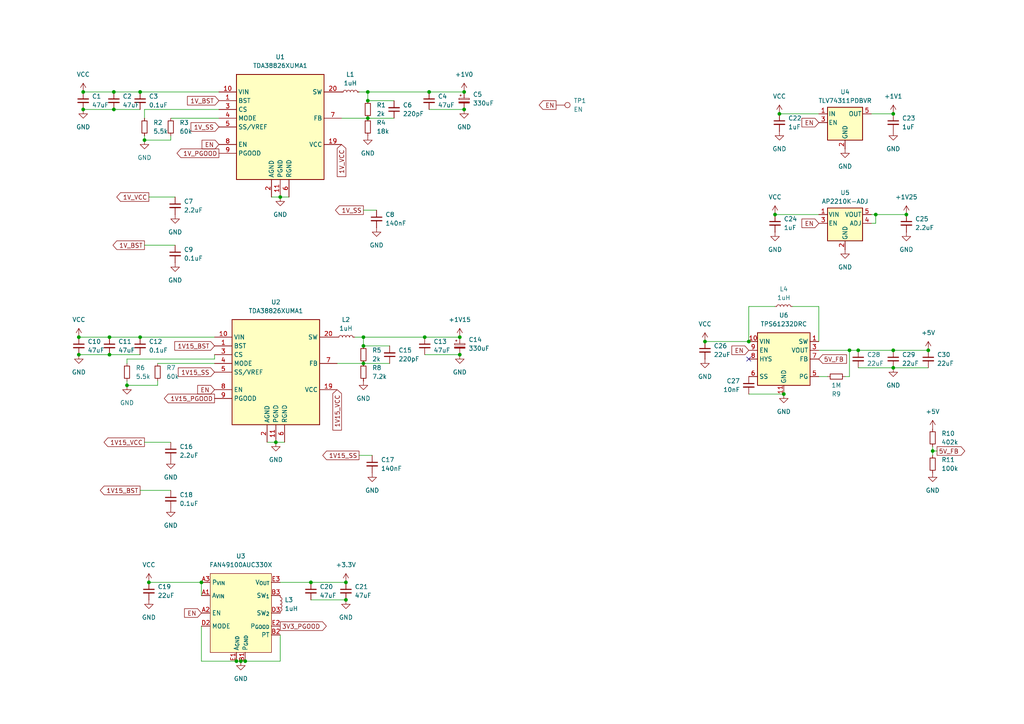
<source format=kicad_sch>
(kicad_sch (version 20250114) (generator "eeschema") (generator_version "9.0")
  (paper "A4")
  (lib_symbols
    (symbol "+1V1_1" (power) (pin_numbers (hide yes)) (pin_names (offset 0) (hide yes))
      (property "Value" "+1V1" (at 0 3.556 0))
      (symbol "+1V1_1_0_1"
        (polyline (pts (xy -0.762 1.27) (xy 0 2.54)))
        (polyline (pts (xy 0 2.54) (xy 0.762 1.27)))
        (polyline (pts (xy 0 0) (xy 0 2.54)))
      )
      (symbol "+1V1_1_1_1"
        (pin power_in line (at 0 0 90) (length 0) (name "~") (number "1"))
      )
    )
    (symbol "Connector:TestPoint" (pin_numbers (hide yes)) (pin_names (offset 0.762) (hide yes))
      (property "Reference" "TP" (at 0 6.858 0))
      (property "Value" "TestPoint" (at 0 5.08 0))
      (symbol "TestPoint_0_1"
        (circle (center 0 3.302) (radius 0.762))
      )
      (symbol "TestPoint_1_1"
        (pin passive line (at 0 0 90) (length 2.54) (name "1") (number "1"))
      )
    )
    (symbol "Device:C_Polarized_Small" (pin_numbers (hide yes)) (pin_names (offset 0.254) (hide yes))
      (property "Reference" "C" (at 0.254 1.778 0))
      (property "Value" "C_Polarized_Small" (at 0.254 -2.032 0))
      (symbol "C_Polarized_Small_0_1"
        (rectangle (start -1.524 0.6858) (end 1.524 0.3048))
        (rectangle (start -1.524 -0.3048) (end 1.524 -0.6858) (fill (type outline)))
        (polyline (pts (xy -1.27 1.524) (xy -0.762 1.524)))
        (polyline (pts (xy -1.016 1.27) (xy -1.016 1.778)))
      )
      (symbol "C_Polarized_Small_1_1"
        (pin passive line (at 0 2.54 270) (length 1.8542) (name "~") (number "1"))
        (pin passive line (at 0 -2.54 90) (length 1.8542) (name "~") (number "2"))
      )
    )
    (symbol "Device:C_Small" (pin_numbers (hide yes)) (pin_names (offset 0.254) (hide yes))
      (property "Reference" "C" (at 0.254 1.778 0))
      (property "Value" "C_Small" (at 0.254 -2.032 0))
      (symbol "C_Small_0_1"
        (polyline (pts (xy -1.524 0.508) (xy 1.524 0.508)) (stroke (width 0.3048)))
        (polyline (pts (xy -1.524 -0.508) (xy 1.524 -0.508)) (stroke (width 0.3302)))
      )
      (symbol "C_Small_1_1"
        (pin passive line (at 0 2.54 270) (length 2.032) (name "~") (number "1"))
        (pin passive line (at 0 -2.54 90) (length 2.032) (name "~") (number "2"))
      )
    )
    (symbol "Device:L_Small" (pin_numbers (hide yes)) (pin_names (offset 0.254) (hide yes))
      (property "Reference" "L" (at 0.762 1.016 0))
      (property "Value" "L_Small" (at 0.762 -1.016 0))
      (symbol "L_Small_0_1"
        (arc (start 0 2.032) (mid 0.5058 1.524) (end 0 1.016))
        (arc (start 0 1.016) (mid 0.5058 0.508) (end 0 0))
        (arc (start 0 0) (mid 0.5058 -0.508) (end 0 -1.016))
        (arc (start 0 -1.016) (mid 0.5058 -1.524) (end 0 -2.032))
      )
      (symbol "L_Small_1_1"
        (pin passive line (at 0 2.54 270) (length 0.508) (name "~") (number "1"))
        (pin passive line (at 0 -2.54 90) (length 0.508) (name "~") (number "2"))
      )
    )
    (symbol "Device:R_Small" (pin_numbers (hide yes)) (pin_names (offset 0.254) (hide yes))
      (property "Reference" "R" (at 0.762 0.508 0))
      (property "Value" "R_Small" (at 0.762 -1.016 0))
      (symbol "R_Small_0_1"
        (rectangle (start -0.762 1.778) (end 0.762 -1.778) (stroke (width 0.2032)))
      )
      (symbol "R_Small_1_1"
        (pin passive line (at 0 2.54 270) (length 0.762) (name "~") (number "1"))
        (pin passive line (at 0 -2.54 90) (length 0.762) (name "~") (number "2"))
      )
    )
    (symbol "Regulator_Linear:AP2204K-ADJ" (pin_names (offset 0.254))
      (property "Reference" "U5" (at 0 8.89 0))
      (property "Value" "AP2210K-ADJ" (at 0 6.35 0))
      (symbol "AP2204K-ADJ_0_1"
        (rectangle (start -5.08 4.445) (end 5.08 -5.08) (stroke (width 0.254)) (fill (type background)))
      )
      (symbol "AP2204K-ADJ_1_1"
        (pin power_in line (at -7.62 2.54 0) (length 2.54) (name "VIN") (number "1"))
        (pin input line (at -7.62 0 0) (length 2.54) (name "EN") (number "3"))
        (pin power_in line (at 0 -7.62 90) (length 2.54) (name "GND") (number "2"))
        (pin power_out line (at 7.62 2.54 180) (length 2.54) (name "VOUT") (number "5"))
        (pin input line (at 7.62 0 180) (length 2.54) (name "ADJ") (number "4"))
      )
    )
    (symbol "Regulator_Linear:TLV70012_SOT23-5" (pin_names (offset 0.254))
      (property "Reference" "U4" (at 0 8.89 0))
      (property "Value" "TLV74311PDBVR" (at 0 6.35 0))
      (symbol "TLV70012_SOT23-5_0_1"
        (rectangle (start -5.08 4.445) (end 5.08 -5.08) (stroke (width 0.254)) (fill (type background)))
      )
      (symbol "TLV70012_SOT23-5_1_1"
        (pin power_in line (at -7.62 2.54 0) (length 2.54) (name "IN") (number "1"))
        (pin input line (at -7.62 0 0) (length 2.54) (name "EN") (number "3"))
        (pin power_in line (at 0 -7.62 90) (length 2.54) (name "GND") (number "2"))
        (pin no_connect line (at 5.08 0 180) (length 2.54) (hide yes) (name "NC") (number "4"))
        (pin power_out line (at 7.62 2.54 180) (length 2.54) (name "OUT") (number "5"))
      )
    )
    (symbol "Regulator_Switching:TPS61230DRC"
      (property "Reference" "U6" (at 0 12.7 0))
      (property "Value" "TPS61232DRC" (at 0 10.16 0))
      (symbol "TPS61230DRC_0_1"
        (rectangle (start -7.62 7.62) (end 7.62 -7.62) (stroke (width 0.254)) (fill (type background)))
      )
      (symbol "TPS61230DRC_1_1"
        (pin power_in line (at -10.16 5.08 0) (length 2.54) (name "VIN") (number "10"))
        (pin input line (at -10.16 2.54 0) (length 2.54) (name "EN") (number "9"))
        (pin output line (at -10.16 0 0) (length 2.54) (name "HYS") (number "8"))
        (pin input line (at -10.16 -5.08 0) (length 2.54) (name "SS") (number "6"))
        (pin power_in line (at 0 -10.16 90) (length 2.54) (name "GND") (number "11"))
        (pin power_out line (at 10.16 5.08 180) (length 2.54) (name "SW") (number "1"))
        (pin passive line (at 10.16 5.08 180) (length 2.54) (hide yes) (name "SW") (number "2"))
        (pin power_out line (at 10.16 2.54 180) (length 2.54) (name "VOUT") (number "3"))
        (pin passive line (at 10.16 2.54 180) (length 2.54) (hide yes) (name "VOUT") (number "4"))
        (pin input line (at 10.16 0 180) (length 2.54) (name "FB") (number "7"))
        (pin output line (at 10.16 -5.08 180) (length 2.54) (name "PG") (number "5"))
      )
    )
    (symbol "TDA38826XUMA1:TDA38826XUMA1"
      (property "Reference" "U" (at 0 18.542 0))
      (property "Value" "TDA38826XUMA1" (at 0 16.51 0))
      (symbol "TDA38826XUMA1_1_1"
        (rectangle (start -12.7 15.24) (end 12.7 -15.24) (stroke (width 0.254)) (fill (type background)))
        (pin power_in line (at -17.78 10.16 0) (length 5.08) (name "VIN") (number "10"))
        (pin power_in line (at -17.78 10.16 0) (length 5.08) (hide yes) (name "VIN") (number "21"))
        (pin passive line (at -17.78 7.62 0) (length 5.08) (name "BST") (number "1"))
        (pin passive line (at -17.78 5.08 0) (length 5.08) (name "CS") (number "3"))
        (pin passive line (at -17.78 2.54 0) (length 5.08) (name "MODE") (number "4"))
        (pin passive line (at -17.78 0 0) (length 5.08) (name "SS/VREF") (number "5"))
        (pin passive line (at -17.78 -5.08 0) (length 5.08) (name "EN") (number "8"))
        (pin passive line (at -17.78 -7.62 0) (length 5.08) (name "PGOOD") (number "9"))
        (pin passive line (at -2.54 -20.32 90) (length 5.08) (name "AGND") (number "2"))
        (pin passive line (at 0 -20.32 90) (length 5.08) (name "PGND") (number "11"))
        (pin passive line (at 0 -20.32 90) (length 5.08) (hide yes) (name "PGND") (number "12"))
        (pin passive line (at 0 -20.32 90) (length 5.08) (hide yes) (name "PGND") (number "13"))
        (pin passive line (at 0 -20.32 90) (length 5.08) (hide yes) (name "PGND") (number "14"))
        (pin passive line (at 0 -20.32 90) (length 5.08) (hide yes) (name "PGND") (number "15"))
        (pin passive line (at 0 -20.32 90) (length 5.08) (hide yes) (name "PGND") (number "16"))
        (pin passive line (at 0 -20.32 90) (length 5.08) (hide yes) (name "PGND") (number "17"))
        (pin passive line (at 0 -20.32 90) (length 5.08) (hide yes) (name "PGND") (number "18"))
        (pin passive line (at 0 -20.32 90) (length 5.08) (hide yes) (name "PGND") (number "22"))
        (pin passive line (at 2.54 -20.32 90) (length 5.08) (name "RGND") (number "6"))
        (pin power_out line (at 17.78 10.16 180) (length 5.08) (name "SW") (number "20"))
        (pin passive line (at 17.78 2.54 180) (length 5.08) (name "FB") (number "7"))
        (pin power_in line (at 17.78 -5.08 180) (length 5.08) (name "VCC") (number "19"))
      )
    )
    (symbol "cafebara:FAN49100AUC330X"
      (property "Reference" "U" (at 0 14.986 0))
      (property "Value" "FAN49100AUC330X" (at 0 12.7 0))
      (symbol "FAN49100AUC330X_1_1"
        (rectangle (start -8.89 11.43) (end 8.89 -11.43) (fill (type background)))
        (pin power_in line (at -11.43 8.89 0) (length 2.54) (name "P_{VIN}") (number "A3"))
        (pin power_in line (at -11.43 8.89 0) (length 2.54) (hide yes) (name "P_{VIN}") (number "A4"))
        (pin power_in line (at -11.43 5.08 0) (length 2.54) (name "A_{VIN}") (number "A1"))
        (pin input line (at -11.43 0 0) (length 2.54) (name "EN") (number "A2"))
        (pin input line (at -11.43 -3.81 0) (length 2.54) (name "MODE") (number "D2"))
        (pin passive line (at -1.27 -13.97 90) (length 2.54) (name "A_{GND}") (number "E1"))
        (pin passive line (at 1.27 -13.97 90) (length 2.54) (name "P_{GND}") (number "B1"))
        (pin passive line (at 1.27 -13.97 90) (length 2.54) (hide yes) (name "P_{GND}") (number "C1"))
        (pin passive line (at 1.27 -13.97 90) (length 2.54) (hide yes) (name "P_{GND}") (number "C2"))
        (pin passive line (at 1.27 -13.97 90) (length 2.54) (hide yes) (name "P_{GND}") (number "C3"))
        (pin passive line (at 1.27 -13.97 90) (length 2.54) (hide yes) (name "P_{GND}") (number "C4"))
        (pin passive line (at 1.27 -13.97 90) (length 2.54) (hide yes) (name "P_{GND}") (number "D1"))
        (pin power_out line (at 11.43 8.89 180) (length 2.54) (name "V_{OUT}") (number "E3"))
        (pin power_out line (at 11.43 8.89 180) (length 2.54) (hide yes) (name "V_{OUT}") (number "E4"))
        (pin passive line (at 11.43 5.08 180) (length 2.54) (name "SW_{1}") (number "B3"))
        (pin passive line (at 11.43 5.08 180) (length 2.54) (hide yes) (name "SW_{1}") (number "B4"))
        (pin passive line (at 11.43 0 180) (length 2.54) (name "SW_{2}") (number "D3"))
        (pin passive line (at 11.43 0 180) (length 2.54) (hide yes) (name "SW_{2}") (number "D4"))
        (pin open_collector line (at 11.43 -3.81 180) (length 2.54) (name "P_{GOOD}") (number "E2"))
        (pin input line (at 11.43 -6.35 180) (length 2.54) (name "PT") (number "B2"))
      )
    )
    (symbol "power:+1V0" (power) (pin_names (offset 0))
      (property "Value" "+1V0" (at 0 3.556 0))
      (symbol "+1V0_0_1"
        (polyline (pts (xy -0.762 1.27) (xy 0 2.54)))
        (polyline (pts (xy 0 2.54) (xy 0.762 1.27)))
        (polyline (pts (xy 0 0) (xy 0 2.54)))
      )
      (symbol "+1V0_1_1"
        (pin power_in line (at 0 0 90) (length 0) (hide yes) (name "+1V0") (number "1"))
      )
    )
    (symbol "power:+1V1" (power) (pin_names (offset 0))
      (property "Value" "+1V1" (at 0 3.556 0))
      (symbol "+1V1_0_1"
        (polyline (pts (xy -0.762 1.27) (xy 0 2.54)))
        (polyline (pts (xy 0 2.54) (xy 0.762 1.27)))
        (polyline (pts (xy 0 0) (xy 0 2.54)))
      )
      (symbol "+1V1_1_1"
        (pin power_in line (at 0 0 90) (length 0) (hide yes) (name "+1V1") (number "1"))
      )
    )
    (symbol "power:+1V2" (power) (pin_numbers (hide yes)) (pin_names (offset 0) (hide yes))
      (property "Value" "+1V2" (at 0 3.556 0))
      (symbol "+1V2_0_1"
        (polyline (pts (xy -0.762 1.27) (xy 0 2.54)))
        (polyline (pts (xy 0 2.54) (xy 0.762 1.27)))
        (polyline (pts (xy 0 0) (xy 0 2.54)))
      )
      (symbol "+1V2_1_1"
        (pin power_in line (at 0 0 90) (length 0) (name "~") (number "1"))
      )
    )
    (symbol "power:+3.3V" (power) (pin_numbers (hide yes)) (pin_names (offset 0) (hide yes))
      (property "Value" "+3.3V" (at 0 3.556 0))
      (symbol "+3.3V_0_1"
        (polyline (pts (xy -0.762 1.27) (xy 0 2.54)))
        (polyline (pts (xy 0 2.54) (xy 0.762 1.27)))
        (polyline (pts (xy 0 0) (xy 0 2.54)))
      )
      (symbol "+3.3V_1_1"
        (pin power_in line (at 0 0 90) (length 0) (name "~") (number "1"))
      )
    )
    (symbol "power:+5V" (power) (pin_numbers (hide yes)) (pin_names (offset 0) (hide yes))
      (property "Value" "+5V" (at 0 3.556 0))
      (symbol "+5V_0_1"
        (polyline (pts (xy -0.762 1.27) (xy 0 2.54)))
        (polyline (pts (xy 0 2.54) (xy 0.762 1.27)))
        (polyline (pts (xy 0 0) (xy 0 2.54)))
      )
      (symbol "+5V_1_1"
        (pin power_in line (at 0 0 90) (length 0) (name "~") (number "1"))
      )
    )
    (symbol "power:GND" (power) (pin_numbers (hide yes)) (pin_names (offset 0) (hide yes))
      (property "Value" "GND" (at 0 -3.81 0))
      (symbol "GND_0_1"
        (polyline (pts (xy 0 0) (xy 0 -1.27) (xy 1.27 -1.27) (xy 0 -2.54) (xy -1.27 -1.27) (xy 0 -1.27)))
      )
      (symbol "GND_1_1"
        (pin power_in line (at 0 0 270) (length 0) (name "~") (number "1"))
      )
    )
    (symbol "power:VCC" (power) (pin_names (offset 0))
      (property "Value" "VCC" (at 0 3.81 0))
      (symbol "VCC_0_1"
        (polyline (pts (xy -0.762 1.27) (xy 0 2.54)))
        (polyline (pts (xy 0 2.54) (xy 0.762 1.27)))
        (polyline (pts (xy 0 0) (xy 0 2.54)))
      )
      (symbol "VCC_1_1"
        (pin power_in line (at 0 0 90) (length 0) (hide yes) (name "VCC") (number "1"))
      )
    )
  )
  (junction (at 43.18 168.91))
  (junction (at 31.75 102.87))
  (junction (at 22.86 97.79))
  (junction (at 246.38 101.6))
  (junction (at 106.68 29.21))
  (junction (at 133.35 97.79))
  (junction (at 106.68 34.29))
  (junction (at 68.58 191.77))
  (junction (at 100.33 168.91))
  (junction (at 24.13 31.75))
  (junction (at 105.41 97.79))
  (junction (at 269.24 101.6))
  (junction (at 90.17 168.91))
  (junction (at 270.51 130.81))
  (junction (at 105.41 105.41))
  (junction (at 134.62 26.67))
  (junction (at 134.62 31.75))
  (junction (at 69.85 191.77))
  (junction (at 204.47 99.06))
  (junction (at 226.06 33.02))
  (junction (at 259.08 101.6))
  (junction (at 217.17 99.06))
  (junction (at 254 62.23))
  (junction (at 227.33 114.3))
  (junction (at 106.68 26.67))
  (junction (at 259.08 33.02))
  (junction (at 22.86 102.87))
  (junction (at 81.28 57.15))
  (junction (at 33.02 31.75))
  (junction (at 105.41 100.33))
  (junction (at 259.08 106.68))
  (junction (at 100.33 173.99))
  (junction (at 40.64 97.79))
  (junction (at 123.19 97.79))
  (junction (at 58.42 168.91))
  (junction (at 36.83 111.76))
  (junction (at 80.01 128.27))
  (junction (at 248.92 101.6))
  (junction (at 40.64 26.67))
  (junction (at 71.12 191.77))
  (junction (at 262.89 62.23))
  (junction (at 41.91 40.64))
  (junction (at 133.35 102.87))
  (junction (at 24.13 26.67))
  (junction (at 33.02 26.67))
  (junction (at 31.75 97.79))
  (junction (at 224.79 62.23))
  (junction (at 124.46 26.67))
  (no_connect (at 217.17 104.14))
  (wire (pts (xy 31.75 102.87) (xy 40.64 102.87)))
  (wire (pts (xy 105.41 100.33) (xy 105.41 97.79)))
  (wire (pts (xy 124.46 31.75) (xy 134.62 31.75)))
  (wire (pts (xy 246.38 109.22) (xy 246.38 101.6)))
  (wire (pts (xy 45.72 111.76) (xy 45.72 110.49)))
  (wire (pts (xy 217.17 114.3) (xy 227.33 114.3)))
  (wire (pts (xy 270.51 130.81) (xy 271.78 130.81)))
  (wire (pts (xy 49.53 34.29) (xy 63.5 34.29)))
  (wire (pts (xy 62.23 102.87) (xy 62.23 104.14)))
  (wire (pts (xy 259.08 101.6) (xy 269.24 101.6)))
  (wire (pts (xy 99.06 34.29) (xy 106.68 34.29)))
  (wire (pts (xy 248.92 101.6) (xy 259.08 101.6)))
  (wire (pts (xy 90.17 168.91) (xy 100.33 168.91)))
  (wire (pts (xy 22.86 102.87) (xy 31.75 102.87)))
  (wire (pts (xy 105.41 100.33) (xy 113.03 100.33)))
  (wire (pts (xy 41.91 31.75) (xy 41.91 34.29)))
  (wire (pts (xy 106.68 29.21) (xy 106.68 26.67)))
  (wire (pts (xy 36.83 111.76) (xy 36.83 110.49)))
  (wire (pts (xy 106.68 34.29) (xy 114.3 34.29)))
  (wire (pts (xy 105.41 97.79) (xy 123.19 97.79)))
  (wire (pts (xy 58.42 168.91) (xy 58.42 172.72)))
  (wire (pts (xy 41.91 128.27) (xy 49.53 128.27)))
  (wire (pts (xy 226.06 33.02) (xy 237.49 33.02)))
  (wire (pts (xy 217.17 88.9) (xy 217.17 99.06)))
  (wire (pts (xy 24.13 31.75) (xy 33.02 31.75)))
  (wire (pts (xy 104.14 132.08) (xy 107.95 132.08)))
  (wire (pts (xy 252.73 64.77) (xy 254 64.77)))
  (wire (pts (xy 105.41 60.96) (xy 109.22 60.96)))
  (wire (pts (xy 68.58 191.77) (xy 69.85 191.77)))
  (wire (pts (xy 106.68 29.21) (xy 114.3 29.21)))
  (wire (pts (xy 58.42 181.61) (xy 58.42 191.77)))
  (wire (pts (xy 224.79 88.9) (xy 217.17 88.9)))
  (wire (pts (xy 237.49 88.9) (xy 237.49 99.06)))
  (wire (pts (xy 22.86 97.79) (xy 31.75 97.79)))
  (wire (pts (xy 123.19 97.79) (xy 133.35 97.79)))
  (wire (pts (xy 105.41 97.79) (xy 102.87 97.79)))
  (wire (pts (xy 81.28 191.77) (xy 71.12 191.77)))
  (wire (pts (xy 41.91 40.64) (xy 49.53 40.64)))
  (wire (pts (xy 254 62.23) (xy 262.89 62.23)))
  (wire (pts (xy 254 64.77) (xy 254 62.23)))
  (wire (pts (xy 31.75 97.79) (xy 40.64 97.79)))
  (wire (pts (xy 204.47 99.06) (xy 217.17 99.06)))
  (wire (pts (xy 78.74 57.15) (xy 81.28 57.15)))
  (wire (pts (xy 41.91 40.64) (xy 41.91 39.37)))
  (wire (pts (xy 40.64 26.67) (xy 63.5 26.67)))
  (wire (pts (xy 58.42 191.77) (xy 68.58 191.77)))
  (wire (pts (xy 270.51 132.08) (xy 270.51 130.81)))
  (wire (pts (xy 40.64 97.79) (xy 62.23 97.79)))
  (wire (pts (xy 252.73 33.02) (xy 259.08 33.02)))
  (wire (pts (xy 252.73 62.23) (xy 254 62.23)))
  (wire (pts (xy 33.02 31.75) (xy 40.64 31.75)))
  (wire (pts (xy 248.92 106.68) (xy 259.08 106.68)))
  (wire (pts (xy 124.46 26.67) (xy 134.62 26.67)))
  (wire (pts (xy 246.38 109.22) (xy 245.11 109.22)))
  (wire (pts (xy 90.17 173.99) (xy 100.33 173.99)))
  (wire (pts (xy 77.47 128.27) (xy 80.01 128.27)))
  (wire (pts (xy 246.38 101.6) (xy 248.92 101.6)))
  (wire (pts (xy 240.03 109.22) (xy 237.49 109.22)))
  (wire (pts (xy 270.51 130.81) (xy 270.51 129.54)))
  (wire (pts (xy 33.02 26.67) (xy 40.64 26.67)))
  (wire (pts (xy 106.68 26.67) (xy 124.46 26.67)))
  (wire (pts (xy 43.18 168.91) (xy 58.42 168.91)))
  (wire (pts (xy 49.53 40.64) (xy 49.53 39.37)))
  (wire (pts (xy 97.79 105.41) (xy 105.41 105.41)))
  (wire (pts (xy 81.28 168.91) (xy 90.17 168.91)))
  (wire (pts (xy 49.53 142.24) (xy 40.64 142.24)))
  (wire (pts (xy 36.83 111.76) (xy 45.72 111.76)))
  (wire (pts (xy 224.79 62.23) (xy 237.49 62.23)))
  (wire (pts (xy 123.19 102.87) (xy 133.35 102.87)))
  (wire (pts (xy 45.72 105.41) (xy 62.23 105.41)))
  (wire (pts (xy 81.28 184.15) (xy 81.28 191.77)))
  (wire (pts (xy 81.28 57.15) (xy 83.82 57.15)))
  (wire (pts (xy 36.83 104.14) (xy 36.83 105.41)))
  (wire (pts (xy 62.23 104.14) (xy 36.83 104.14)))
  (wire (pts (xy 106.68 26.67) (xy 104.14 26.67)))
  (wire (pts (xy 24.13 26.67) (xy 33.02 26.67)))
  (wire (pts (xy 43.18 57.15) (xy 50.8 57.15)))
  (wire (pts (xy 105.41 105.41) (xy 113.03 105.41)))
  (wire (pts (xy 80.01 128.27) (xy 82.55 128.27)))
  (wire (pts (xy 50.8 71.12) (xy 41.91 71.12)))
  (wire (pts (xy 259.08 106.68) (xy 269.24 106.68)))
  (wire (pts (xy 229.87 88.9) (xy 237.49 88.9)))
  (wire (pts (xy 69.85 191.77) (xy 71.12 191.77)))
  (wire (pts (xy 237.49 101.6) (xy 246.38 101.6)))
  (wire (pts (xy 63.5 31.75) (xy 41.91 31.75)))
  (global_label "1V_BST" (shape output) (at 41.91 71.12 180) (property "Intersheetrefs" "${INTERSHEET_REFS}" (effects (hide yes))))
  (global_label "1V_SS" (shape input) (at 63.5 36.83 180) (property "Intersheetrefs" "${INTERSHEET_REFS}" (effects (hide yes))))
  (global_label "5V_FB" (shape input) (at 237.49 104.14 0) (property "Intersheetrefs" "${INTERSHEET_REFS}" (effects (hide yes))))
  (global_label "EN" (shape input) (at 237.49 64.77 180) (property "Intersheetrefs" "${INTERSHEET_REFS}" (effects (hide yes))))
  (global_label "5V_FB" (shape output) (at 271.78 130.81 0) (property "Intersheetrefs" "${INTERSHEET_REFS}" (effects (hide yes))))
  (global_label "1V15_BST" (shape input) (at 62.23 100.33 180) (property "Intersheetrefs" "${INTERSHEET_REFS}" (effects (hide yes))))
  (global_label "1V_SS" (shape output) (at 105.41 60.96 180) (property "Intersheetrefs" "${INTERSHEET_REFS}" (effects (hide yes))))
  (global_label "3V3_PGOOD" (shape output) (at 81.28 181.61 0) (property "Intersheetrefs" "${INTERSHEET_REFS}" (effects (hide yes))))
  (global_label "EN" (shape input) (at 63.5 41.91 180) (property "Intersheetrefs" "${INTERSHEET_REFS}" (effects (hide yes))))
  (global_label "1V_VCC" (shape output) (at 43.18 57.15 180) (property "Intersheetrefs" "${INTERSHEET_REFS}" (effects (hide yes))))
  (global_label "1V15_SS" (shape input) (at 62.23 107.95 180) (property "Intersheetrefs" "${INTERSHEET_REFS}" (effects (hide yes))))
  (global_label "1V15_VCC" (shape input) (at 97.79 113.03 270) (property "Intersheetrefs" "${INTERSHEET_REFS}" (effects (hide yes))))
  (global_label "EN" (shape input) (at 217.17 101.6 180) (property "Intersheetrefs" "${INTERSHEET_REFS}" (effects (hide yes))))
  (global_label "1V15_BST" (shape output) (at 40.64 142.24 180) (property "Intersheetrefs" "${INTERSHEET_REFS}" (effects (hide yes))))
  (global_label "EN" (shape input) (at 58.42 177.8 180) (property "Intersheetrefs" "${INTERSHEET_REFS}" (effects (hide yes))))
  (global_label "EN" (shape input) (at 62.23 113.03 180) (property "Intersheetrefs" "${INTERSHEET_REFS}" (effects (hide yes))))
  (global_label "1V15_SS" (shape output) (at 104.14 132.08 180) (property "Intersheetrefs" "${INTERSHEET_REFS}" (effects (hide yes))))
  (global_label "1V15_PGOOD" (shape output) (at 62.23 115.57 180) (property "Intersheetrefs" "${INTERSHEET_REFS}" (effects (hide yes))))
  (global_label "1V_BST" (shape input) (at 63.5 29.21 180) (property "Intersheetrefs" "${INTERSHEET_REFS}" (effects (hide yes))))
  (global_label "EN" (shape input) (at 237.49 35.56 180) (property "Intersheetrefs" "${INTERSHEET_REFS}" (effects (hide yes))))
  (global_label "1V15_VCC" (shape output) (at 41.91 128.27 180) (property "Intersheetrefs" "${INTERSHEET_REFS}" (effects (hide yes))))
  (global_label "1V_PGOOD" (shape output) (at 63.5 44.45 180) (property "Intersheetrefs" "${INTERSHEET_REFS}" (effects (hide yes))))
  (global_label "1V_VCC" (shape input) (at 99.06 41.91 270) (property "Intersheetrefs" "${INTERSHEET_REFS}" (effects (hide yes))))
  (global_label "EN" (shape output) (at 161.29 30.48 180) (property "Intersheetrefs" "${INTERSHEET_REFS}" (effects (hide yes))))
  (symbol (lib_id "power:+5V") (at 270.51 124.46 0) (unit 1)
    (property "Reference" "#PWR045" (effects (hide yes)))
    (property "Value" "+5V" (at 270.51 119.38 0))
    (property "Description" "Power symbol creates a global label with name \"+5V\"" (effects (hide yes)))
  )
  (symbol (lib_id "Device:R_Small") (at 105.41 102.87 180) (unit 1)
    (property "Reference" "R5" (at 107.95 101.5999 0) (effects (justify right)))
    (property "Value" "2k" (at 107.95 104.1399 0) (effects (justify right)))
    (property "Footprint" "Resistor_SMD:R_0402_1005Metric" (effects (hide yes)))
    (property "Description" "Resistor, small symbol" (effects (hide yes)))
  )
  (symbol (lib_id "Device:C_Small") (at 107.95 134.62 0) (unit 1)
    (property "Reference" "C17" (at 110.49 133.3562 0) (effects (justify left)))
    (property "Value" "140nF" (at 110.49 135.8962 0) (effects (justify left)))
    (property "Footprint" "Capacitor_SMD:C_0402_1005Metric" (effects (hide yes)))
    (property "Description" "Unpolarized capacitor, small symbol" (effects (hide yes)))
  )
  (symbol (lib_id "power:GND") (at 80.01 128.27 0) (unit 1)
    (property "Reference" "#PWR021" (effects (hide yes)))
    (property "Value" "GND" (at 80.01 133.35 0))
    (property "Description" "Power symbol creates a global label with name \"GND\" , ground" (effects (hide yes)))
  )
  (symbol (lib_id "power:GND") (at 49.53 147.32 0) (unit 1)
    (property "Reference" "#PWR024" (effects (hide yes)))
    (property "Value" "GND" (at 49.53 152.4 0))
    (property "Description" "Power symbol creates a global label with name \"GND\" , ground" (effects (hide yes)))
  )
  (symbol (lib_id "Device:R_Small") (at 45.72 107.95 180) (unit 1)
    (property "Reference" "R7" (at 48.26 106.6799 0) (effects (justify right)))
    (property "Value" "60k" (at 48.26 109.2199 0) (effects (justify right)))
    (property "Footprint" "Resistor_SMD:R_0402_1005Metric" (effects (hide yes)))
    (property "Description" "Resistor, small symbol" (effects (hide yes)))
  )
  (symbol (lib_id "power:VCC") (at 226.06 33.02 0) (unit 1)
    (property "Reference" "#PWR032" (effects (hide yes)))
    (property "Value" "VCC" (at 226.06 27.94 0))
    (property "Description" "Power symbol creates a global label with name \"VCC\"" (effects (hide yes)))
  )
  (symbol (lib_id "power:GND") (at 245.11 72.39 0) (unit 1)
    (property "Reference" "#PWR036" (effects (hide yes)))
    (property "Value" "GND" (at 245.11 77.47 0))
    (property "Description" "Power symbol creates a global label with name \"GND\" , ground" (effects (hide yes)))
  )
  (symbol (lib_id "Device:R_Small") (at 270.51 127 180) (unit 1)
    (property "Reference" "R10" (at 273.05 125.7299 0) (effects (justify right)))
    (property "Value" "402k" (at 273.05 128.2699 0) (effects (justify right)))
    (property "Footprint" "Resistor_SMD:R_0402_1005Metric" (effects (hide yes)))
    (property "Description" "Resistor, small symbol" (effects (hide yes)))
  )
  (symbol (lib_id "power:VCC") (at 224.79 62.23 0) (unit 1)
    (property "Reference" "#PWR038" (effects (hide yes)))
    (property "Value" "VCC" (at 224.79 57.15 0))
    (property "Description" "Power symbol creates a global label with name \"VCC\"" (effects (hide yes)))
  )
  (symbol (lib_id "power:GND") (at 36.83 111.76 0) (unit 1)
    (property "Reference" "#PWR020" (effects (hide yes)))
    (property "Value" "GND" (at 36.83 116.84 0))
    (property "Description" "Power symbol creates a global label with name \"GND\" , ground" (effects (hide yes)))
  )
  (symbol (lib_id "Device:C_Small") (at 124.46 29.21 0) (unit 1)
    (property "Reference" "C4" (at 127 27.9462 0) (effects (justify left)))
    (property "Value" "47uF" (at 127 30.4862 0) (effects (justify left)))
    (property "Footprint" "Capacitor_SMD:C_0805_2012Metric" (effects (hide yes)))
    (property "Description" "Unpolarized capacitor, small symbol" (effects (hide yes)))
    (property "Mouser" "https://au.mouser.com/ProductDetail/KYOCERA-AVX/KGM21AR51A476MU?qs=sGAEpiMZZMuMW9TJLBQkXqLYvz3DzaXfhCiDO3TXOes%3D" (effects (hide yes)))
  )
  (symbol (lib_id "Regulator_Linear:AP2204K-ADJ") (at 245.11 64.77 0) (unit 1)
    (property "Reference" "U5" (at 245.11 55.88 0))
    (property "Value" "AP2210K-ADJ" (at 245.11 58.42 0))
    (property "Footprint" "Package_TO_SOT_SMD:SOT-23-5" (effects (hide yes)))
    (property "Datasheet" "https://www.diodes.com/assets/Datasheets/AP2210.pdf" (effects (hide yes)))
    (property "Description" "300mA low dropout adjustable linear regulator, wide input voltage range, SOT-23-5 package" (effects (hide yes)))
    (property "Digikey" "https://www.digikey.com.au/en/products/detail/diodes-incorporated/AP2210K-ADJTRG1/4470821" (effects (hide yes)))
  )
  (symbol (lib_id "power:GND") (at 270.51 137.16 0) (unit 1)
    (property "Reference" "#PWR046" (effects (hide yes)))
    (property "Value" "GND" (at 270.51 142.24 0))
    (property "Description" "Power symbol creates a global label with name \"GND\" , ground" (effects (hide yes)))
  )
  (symbol (lib_id "Device:C_Small") (at 113.03 102.87 180) (unit 1)
    (property "Reference" "C15" (at 115.57 101.5935 0) (effects (justify right)))
    (property "Value" "220pF" (at 115.57 104.1335 0) (effects (justify right)))
    (property "Footprint" "Capacitor_SMD:C_0402_1005Metric" (effects (hide yes)))
    (property "Description" "Unpolarized capacitor, small symbol" (effects (hide yes)))
  )
  (symbol (lib_id "power:GND") (at 50.8 76.2 0) (unit 1)
    (property "Reference" "#PWR012" (effects (hide yes)))
    (property "Value" "GND" (at 50.8 81.28 0))
    (property "Description" "Power symbol creates a global label with name \"GND\" , ground" (effects (hide yes)))
  )
  (symbol (lib_id "Device:C_Small") (at 217.17 111.76 0) (mirror y) (unit 1)
    (property "Reference" "C27" (at 214.63 110.4962 0) (effects (justify left)))
    (property "Value" "10nF" (at 214.63 113.0362 0) (effects (justify left)))
    (property "Footprint" "Capacitor_SMD:C_0402_1005Metric" (effects (hide yes)))
    (property "Description" "Unpolarized capacitor, small symbol" (effects (hide yes)))
  )
  (symbol (lib_id "Device:R_Small") (at 242.57 109.22 270) (mirror x) (unit 1)
    (property "Reference" "R9" (at 242.57 114.3 90))
    (property "Value" "1M" (at 242.57 111.76 90))
    (property "Footprint" "Resistor_SMD:R_0402_1005Metric" (effects (hide yes)))
    (property "Description" "Resistor, small symbol" (effects (hide yes)))
  )
  (symbol (lib_id "Device:C_Small") (at 49.53 130.81 0) (unit 1)
    (property "Reference" "C16" (at 52.07 129.5462 0) (effects (justify left)))
    (property "Value" "2.2uF" (at 52.07 132.0862 0) (effects (justify left)))
    (property "Footprint" "Capacitor_SMD:C_0603_1608Metric" (effects (hide yes)))
    (property "Description" "Unpolarized capacitor, small symbol" (effects (hide yes)))
  )
  (symbol (lib_id "power:GND") (at 100.33 173.99 0) (unit 1)
    (property "Reference" "#PWR028" (effects (hide yes)))
    (property "Value" "GND" (at 100.33 179.07 0))
    (property "Description" "Power symbol creates a global label with name \"GND\" , ground" (effects (hide yes)))
  )
  (symbol (lib_id "Device:L_Small") (at 81.28 175.26 0) (unit 1)
    (property "Reference" "L3" (at 82.55 173.9899 0) (effects (justify left)))
    (property "Value" "1uH" (at 82.55 176.5299 0) (effects (justify left)))
    (property "Footprint" "Inductor_SMD:L_Murata_DFE201610P" (effects (hide yes)))
    (property "Description" "Inductor, small symbol" (effects (hide yes)))
    (property "Digikey" "https://www.digikey.com.au/en/products/detail/delta-electronics-cyntec/HTEH20161T-1R0MSR/9761414" (effects (hide yes)))
  )
  (symbol (lib_id "Regulator_Linear:TLV70012_SOT23-5") (at 245.11 35.56 0) (unit 1)
    (property "Reference" "U4" (at 245.11 26.67 0))
    (property "Value" "TLV74311PDBVR" (at 245.11 29.21 0))
    (property "Footprint" "Package_TO_SOT_SMD:SOT-23-5" (effects (hide yes)))
    (property "Datasheet" "https://www.ti.com/lit/ds/symlink/tlv743p.pdf" (effects (hide yes)))
    (property "Description" "300mA Low Dropout Voltage Regulator, Fixed Output 1.1V, SOT-23-5" (effects (hide yes)))
    (property "Digikey" "https://www.digikey.com.au/en/products/detail/texas-instruments/TLV74311PDBVR/7593919" (effects (hide yes)))
  )
  (symbol (lib_id "TDA38826XUMA1:TDA38826XUMA1") (at 80.01 107.95 0) (unit 1)
    (property "Reference" "U2" (at 80.01 87.63 0))
    (property "Value" "TDA38826XUMA1" (at 80.01 90.17 0))
    (property "Footprint" "cafebara:TDA38826XUMA1" (effects (hide yes)))
    (property "Datasheet" "https://www.infineon.com/dgdl/Infineon-TDA38826-DataSheet-v01_00-EN.pdf?fileId=8ac78c8c8929aa4d0189cef071637019" (effects (hide yes)))
    (property "Description" "Switching Voltage Regulators IFX POL" (effects (hide yes)))
    (property "Height" "0.6" (effects (hide yes)))
    (property "Manufacturer_Name" "Infineon" (effects (hide yes)))
    (property "Manufacturer_Part_Number" "TDA38826XUMA1" (effects (hide yes)))
  )
  (symbol (lib_id "Device:C_Small") (at 43.18 171.45 0) (unit 1)
    (property "Reference" "C19" (at 45.72 170.1862 0) (effects (justify left)))
    (property "Value" "22uF" (at 45.72 172.7262 0) (effects (justify left)))
    (property "Footprint" "Capacitor_SMD:C_0805_2012Metric" (effects (hide yes)))
    (property "Description" "Unpolarized capacitor, small symbol" (effects (hide yes)))
  )
  (symbol (lib_id "power:VCC") (at 43.18 168.91 0) (unit 1)
    (property "Reference" "#PWR025" (effects (hide yes)))
    (property "Value" "VCC" (at 43.18 163.83 0))
    (property "Description" "Power symbol creates a global label with name \"VCC\"" (effects (hide yes)))
  )
  (symbol (lib_id "power:GND") (at 109.22 66.04 0) (unit 1)
    (property "Reference" "#PWR011" (effects (hide yes)))
    (property "Value" "GND" (at 109.22 71.12 0))
    (property "Description" "Power symbol creates a global label with name \"GND\" , ground" (effects (hide yes)))
  )
  (symbol (lib_id "power:GND") (at 204.47 104.14 0) (unit 1)
    (property "Reference" "#PWR042" (effects (hide yes)))
    (property "Value" "GND" (at 204.47 109.22 0))
    (property "Description" "Power symbol creates a global label with name \"GND\" , ground" (effects (hide yes)))
  )
  (symbol (lib_id "power:GND") (at 259.08 106.68 0) (unit 1)
    (property "Reference" "#PWR043" (effects (hide yes)))
    (property "Value" "GND" (at 259.08 111.76 0))
    (property "Description" "Power symbol creates a global label with name \"GND\" , ground" (effects (hide yes)))
  )
  (symbol (lib_id "Device:R_Small") (at 36.83 107.95 180) (unit 1)
    (property "Reference" "R6" (at 39.37 106.6799 0) (effects (justify right)))
    (property "Value" "5.5k" (at 39.37 109.2199 0) (effects (justify right)))
    (property "Footprint" "Resistor_SMD:R_0402_1005Metric" (effects (hide yes)))
    (property "Description" "Resistor, small symbol" (effects (hide yes)))
  )
  (symbol (lib_id "power:GND") (at 106.68 39.37 0) (unit 1)
    (property "Reference" "#PWR07" (effects (hide yes)))
    (property "Value" "GND" (at 106.68 44.45 0))
    (property "Description" "Power symbol creates a global label with name \"GND\" , ground" (effects (hide yes)))
  )
  (symbol (lib_id "Device:C_Small") (at 50.8 73.66 0) (unit 1)
    (property "Reference" "C9" (at 53.34 72.3962 0) (effects (justify left)))
    (property "Value" "0.1uF" (at 53.34 74.9362 0) (effects (justify left)))
    (property "Footprint" "Capacitor_SMD:C_0402_1005Metric" (effects (hide yes)))
    (property "Description" "Unpolarized capacitor, small symbol" (effects (hide yes)))
  )
  (symbol (lib_id "power:+3.3V") (at 100.33 168.91 0) (unit 1)
    (property "Reference" "#PWR026" (effects (hide yes)))
    (property "Value" "+3.3V" (at 100.33 163.83 0))
    (property "Description" "Power symbol creates a global label with name \"+3.3V\"" (effects (hide yes)))
  )
  (symbol (lib_id "power:VCC") (at 204.47 99.06 0) (unit 1)
    (property "Reference" "#PWR041" (effects (hide yes)))
    (property "Value" "VCC" (at 204.47 93.98 0))
    (property "Description" "Power symbol creates a global label with name \"VCC\"" (effects (hide yes)))
  )
  (symbol (lib_id "power:GND") (at 107.95 137.16 0) (unit 1)
    (property "Reference" "#PWR023" (effects (hide yes)))
    (property "Value" "GND" (at 107.95 142.24 0))
    (property "Description" "Power symbol creates a global label with name \"GND\" , ground" (effects (hide yes)))
  )
  (symbol (lib_id "Device:C_Small") (at 224.79 64.77 0) (unit 1)
    (property "Reference" "C24" (at 227.33 63.5062 0) (effects (justify left)))
    (property "Value" "1uF" (at 227.33 66.0462 0) (effects (justify left)))
    (property "Footprint" "Capacitor_SMD:C_0603_1608Metric" (effects (hide yes)))
    (property "Description" "Unpolarized capacitor, small symbol" (effects (hide yes)))
  )
  (symbol (lib_id "cafebara:FAN49100AUC330X") (at 69.85 177.8 0) (unit 1)
    (property "Reference" "U3" (at 69.85 161.29 0))
    (property "Value" "FAN49100AUC330X" (at 69.85 163.83 0))
    (property "Footprint" "Package_CSP:WLCSP-20_1.994x1.94mm_Layout4x5_P0.4mm" (effects (hide yes)))
    (property "Datasheet" "https://www.onsemi.com/pdf/datasheet/fan49100-d.pdf" (effects (hide yes)))
    (property "Digikey" "https://www.digikey.com.au/en/products/detail/onsemi/FAN49100AUC330X/5640230" (effects (hide yes)))
  )
  (symbol (lib_id "Device:C_Small") (at 248.92 104.14 0) (unit 1)
    (property "Reference" "C28" (at 251.46 102.8762 0) (effects (justify left)))
    (property "Value" "22uF" (at 251.46 105.4162 0) (effects (justify left)))
    (property "Footprint" "Capacitor_SMD:C_0603_1608Metric" (effects (hide yes)))
    (property "Description" "Unpolarized capacitor, small symbol" (effects (hide yes)))
  )
  (symbol (lib_id "Device:C_Small") (at 226.06 35.56 0) (unit 1)
    (property "Reference" "C22" (at 228.6 34.2962 0) (effects (justify left)))
    (property "Value" "1uF" (at 228.6 36.8362 0) (effects (justify left)))
    (property "Footprint" "Capacitor_SMD:C_0603_1608Metric" (effects (hide yes)))
    (property "Description" "Unpolarized capacitor, small symbol" (effects (hide yes)))
  )
  (symbol (lib_id "power:GND") (at 105.41 110.49 0) (unit 1)
    (property "Reference" "#PWR019" (effects (hide yes)))
    (property "Value" "GND" (at 105.41 115.57 0))
    (property "Description" "Power symbol creates a global label with name \"GND\" , ground" (effects (hide yes)))
  )
  (symbol (lib_id "Device:R_Small") (at 105.41 107.95 0) (unit 1)
    (property "Reference" "R8" (at 107.95 106.6799 0) (effects (justify left)))
    (property "Value" "7.2k" (at 107.95 109.2199 0) (effects (justify left)))
    (property "Footprint" "Resistor_SMD:R_0402_1005Metric" (effects (hide yes)))
    (property "Description" "Resistor, small symbol" (effects (hide yes)))
  )
  (symbol (lib_id "Device:C_Small") (at 269.24 104.14 0) (unit 1)
    (property "Reference" "C30" (at 271.78 102.8762 0) (effects (justify left)))
    (property "Value" "22uF" (at 271.78 105.4162 0) (effects (justify left)))
    (property "Footprint" "Capacitor_SMD:C_0603_1608Metric" (effects (hide yes)))
    (property "Description" "Unpolarized capacitor, small symbol" (effects (hide yes)))
  )
  (symbol (lib_id "Device:C_Small") (at 114.3 31.75 180) (unit 1)
    (property "Reference" "C6" (at 116.84 30.4735 0) (effects (justify right)))
    (property "Value" "220pF" (at 116.84 33.0135 0) (effects (justify right)))
    (property "Footprint" "Capacitor_SMD:C_0402_1005Metric" (effects (hide yes)))
    (property "Description" "Unpolarized capacitor, small symbol" (effects (hide yes)))
  )
  (symbol (lib_id "Device:C_Polarized_Small") (at 133.35 100.33 0) (unit 1)
    (property "Reference" "C14" (at 135.89 98.5138 0) (effects (justify left)))
    (property "Value" "330uF" (at 135.89 101.0538 0) (effects (justify left)))
    (property "Footprint" "Capacitor_Tantalum_SMD:CP_EIA-3528-15_AVX-H" (effects (hide yes)))
    (property "Description" "Polarized capacitor, small symbol" (effects (hide yes)))
    (property "Digikey" "https://www.digikey.com.au/en/products/detail/kyocera-avx/F950G337MBAAM1Q2/4005293" (effects (hide yes)))
  )
  (symbol (lib_id "TDA38826XUMA1:TDA38826XUMA1") (at 81.28 36.83 0) (unit 1)
    (property "Reference" "U1" (at 81.28 16.51 0))
    (property "Value" "TDA38826XUMA1" (at 81.28 19.05 0))
    (property "Footprint" "cafebara:TDA38826XUMA1" (effects (hide yes)))
    (property "Datasheet" "https://www.infineon.com/dgdl/Infineon-TDA38826-DataSheet-v01_00-EN.pdf?fileId=8ac78c8c8929aa4d0189cef071637019" (effects (hide yes)))
    (property "Description" "Switching Voltage Regulators IFX POL" (effects (hide yes)))
    (property "Height" "0.6" (effects (hide yes)))
    (property "Manufacturer_Name" "Infineon" (effects (hide yes)))
    (property "Manufacturer_Part_Number" "TDA38826XUMA1" (effects (hide yes)))
  )
  (symbol (lib_id "Device:C_Small") (at 49.53 144.78 0) (unit 1)
    (property "Reference" "C18" (at 52.07 143.5162 0) (effects (justify left)))
    (property "Value" "0.1uF" (at 52.07 146.0562 0) (effects (justify left)))
    (property "Footprint" "Capacitor_SMD:C_0402_1005Metric" (effects (hide yes)))
    (property "Description" "Unpolarized capacitor, small symbol" (effects (hide yes)))
  )
  (symbol (lib_id "Device:R_Small") (at 49.53 36.83 180) (unit 1)
    (property "Reference" "R3" (at 52.07 35.5599 0) (effects (justify right)))
    (property "Value" "60k" (at 52.07 38.0999 0) (effects (justify right)))
    (property "Footprint" "Resistor_SMD:R_0402_1005Metric" (effects (hide yes)))
    (property "Description" "Resistor, small symbol" (effects (hide yes)))
  )
  (symbol (lib_id "power:GND") (at 22.86 102.87 0) (unit 1)
    (property "Reference" "#PWR017" (effects (hide yes)))
    (property "Value" "GND" (at 22.86 107.95 0))
    (property "Description" "Power symbol creates a global label with name \"GND\" , ground" (effects (hide yes)))
  )
  (symbol (lib_id "Connector:TestPoint") (at 161.29 30.48 270) (unit 1)
    (property "Reference" "TP1" (at 166.37 29.2099 90) (effects (justify left)))
    (property "Value" "EN" (at 166.37 31.7499 90) (effects (justify left)))
    (property "Footprint" "TestPoint:TestPoint_Pad_D1.5mm" (effects (hide yes)))
    (property "Description" "test point" (effects (hide yes)))
  )
  (symbol (lib_id "power:GND") (at 226.06 38.1 0) (unit 1)
    (property "Reference" "#PWR031" (effects (hide yes)))
    (property "Value" "GND" (at 226.06 43.18 0))
    (property "Description" "Power symbol creates a global label with name \"GND\" , ground" (effects (hide yes)))
  )
  (symbol (lib_id "Device:C_Small") (at 40.64 29.21 0) (unit 1)
    (property "Reference" "C3" (at 43.18 27.9462 0) (effects (justify left)))
    (property "Value" "0.1uF" (at 43.18 30.4862 0) (effects (justify left)))
    (property "Footprint" "Capacitor_SMD:C_0402_1005Metric" (effects (hide yes)))
    (property "Description" "Unpolarized capacitor, small symbol" (effects (hide yes)))
  )
  (symbol (lib_id "power:VCC") (at 22.86 97.79 0) (unit 1)
    (property "Reference" "#PWR014" (effects (hide yes)))
    (property "Value" "VCC" (at 22.86 92.71 0))
    (property "Description" "Power symbol creates a global label with name \"VCC\"" (effects (hide yes)))
  )
  (symbol (lib_id "power:GND") (at 81.28 57.15 0) (unit 1)
    (property "Reference" "#PWR09" (effects (hide yes)))
    (property "Value" "GND" (at 81.28 62.23 0))
    (property "Description" "Power symbol creates a global label with name \"GND\" , ground" (effects (hide yes)))
  )
  (symbol (lib_id "Device:C_Small") (at 109.22 63.5 0) (unit 1)
    (property "Reference" "C8" (at 111.76 62.2362 0) (effects (justify left)))
    (property "Value" "140nF" (at 111.76 64.7762 0) (effects (justify left)))
    (property "Footprint" "Capacitor_SMD:C_0402_1005Metric" (effects (hide yes)))
    (property "Description" "Unpolarized capacitor, small symbol" (effects (hide yes)))
  )
  (symbol (lib_id "power:GND") (at 133.35 102.87 0) (unit 1)
    (property "Reference" "#PWR018" (effects (hide yes)))
    (property "Value" "GND" (at 133.35 107.95 0))
    (property "Description" "Power symbol creates a global label with name \"GND\" , ground" (effects (hide yes)))
  )
  (symbol (lib_id "Device:R_Small") (at 41.91 36.83 180) (unit 1)
    (property "Reference" "R2" (at 44.45 35.5599 0) (effects (justify right)))
    (property "Value" "5.5k" (at 44.45 38.0999 0) (effects (justify right)))
    (property "Footprint" "Resistor_SMD:R_0402_1005Metric" (effects (hide yes)))
    (property "Description" "Resistor, small symbol" (effects (hide yes)))
  )
  (symbol (lib_id "Device:C_Small") (at 50.8 59.69 0) (unit 1)
    (property "Reference" "C7" (at 53.34 58.4262 0) (effects (justify left)))
    (property "Value" "2.2uF" (at 53.34 60.9662 0) (effects (justify left)))
    (property "Footprint" "Capacitor_SMD:C_0603_1608Metric" (effects (hide yes)))
    (property "Description" "Unpolarized capacitor, small symbol" (effects (hide yes)))
  )
  (symbol (lib_id "Device:R_Small") (at 270.51 134.62 180) (unit 1)
    (property "Reference" "R11" (at 273.05 133.3499 0) (effects (justify right)))
    (property "Value" "100k" (at 273.05 135.8899 0) (effects (justify right)))
    (property "Footprint" "Resistor_SMD:R_0402_1005Metric" (effects (hide yes)))
    (property "Description" "Resistor, small symbol" (effects (hide yes)))
  )
  (symbol (lib_id "power:GND") (at 227.33 114.3 0) (unit 1)
    (property "Reference" "#PWR040" (effects (hide yes)))
    (property "Value" "GND" (at 227.33 119.38 0))
    (property "Description" "Power symbol creates a global label with name \"GND\" , ground" (effects (hide yes)))
  )
  (symbol (lib_id "power:GND") (at 49.53 133.35 0) (unit 1)
    (property "Reference" "#PWR022" (effects (hide yes)))
    (property "Value" "GND" (at 49.53 138.43 0))
    (property "Description" "Power symbol creates a global label with name \"GND\" , ground" (effects (hide yes)))
  )
  (symbol (lib_id "Device:C_Small") (at 262.89 64.77 0) (unit 1)
    (property "Reference" "C25" (at 265.43 63.5062 0) (effects (justify left)))
    (property "Value" "2.2uF" (at 265.43 66.0462 0) (effects (justify left)))
    (property "Footprint" "Capacitor_SMD:C_0603_1608Metric" (effects (hide yes)))
    (property "Description" "Unpolarized capacitor, small symbol" (effects (hide yes)))
  )
  (symbol (lib_id "power:GND") (at 41.91 40.64 0) (unit 1)
    (property "Reference" "#PWR08" (effects (hide yes)))
    (property "Value" "GND" (at 41.91 45.72 0))
    (property "Description" "Power symbol creates a global label with name \"GND\" , ground" (effects (hide yes)))
  )
  (symbol (lib_id "Device:C_Small") (at 90.17 171.45 0) (unit 1)
    (property "Reference" "C20" (at 92.71 170.1862 0) (effects (justify left)))
    (property "Value" "47uF" (at 92.71 172.7262 0) (effects (justify left)))
    (property "Footprint" "Capacitor_SMD:C_0805_2012Metric" (effects (hide yes)))
    (property "Description" "Unpolarized capacitor, small symbol" (effects (hide yes)))
  )
  (symbol (lib_id "Device:C_Small") (at 22.86 100.33 0) (unit 1)
    (property "Reference" "C10" (at 25.4 99.0662 0) (effects (justify left)))
    (property "Value" "47uF" (at 25.4 101.6062 0) (effects (justify left)))
    (property "Footprint" "Capacitor_SMD:C_0805_2012Metric" (effects (hide yes)))
    (property "Description" "Unpolarized capacitor, small symbol" (effects (hide yes)))
    (property "Mouser" "https://au.mouser.com/ProductDetail/KYOCERA-AVX/KGM21AR51A476MU?qs=sGAEpiMZZMuMW9TJLBQkXqLYvz3DzaXfhCiDO3TXOes%3D" (effects (hide yes)))
  )
  (symbol (lib_id "power:GND") (at 224.79 67.31 0) (unit 1)
    (property "Reference" "#PWR035" (effects (hide yes)))
    (property "Value" "GND" (at 224.79 72.39 0))
    (property "Description" "Power symbol creates a global label with name \"GND\" , ground" (effects (hide yes)))
  )
  (symbol (lib_name "+1V1_1") (lib_id "power:+1V1") (at 259.08 33.02 0) (unit 1)
    (property "Reference" "#PWR034" (effects (hide yes)))
    (property "Value" "+1V1" (at 259.08 27.94 0))
    (property "Description" "Power symbol creates a global label with name \"+1V1\"" (effects (hide yes)))
  )
  (symbol (lib_id "Device:C_Small") (at 40.64 100.33 0) (unit 1)
    (property "Reference" "C12" (at 43.18 99.0662 0) (effects (justify left)))
    (property "Value" "0.1uF" (at 43.18 101.6062 0) (effects (justify left)))
    (property "Footprint" "Capacitor_SMD:C_0402_1005Metric" (effects (hide yes)))
    (property "Description" "Unpolarized capacitor, small symbol" (effects (hide yes)))
  )
  (symbol (lib_id "Device:L_Small") (at 100.33 97.79 90) (unit 1)
    (property "Reference" "L2" (at 100.33 92.71 90))
    (property "Value" "1uH" (at 100.33 95.25 90))
    (property "Footprint" "Inductor_SMD:L_Sunlord_MWSA0624S" (effects (hide yes)))
    (property "Description" "Inductor, small symbol" (effects (hide yes)))
    (property "Digikey" "https://www.digikey.com.au/en/products/detail/tai-tech-advanced-electronics-co-ltd/TMPC-0624H-1R0MG-D/17835651" (effects (hide yes)))
  )
  (symbol (lib_id "power:GND") (at 43.18 173.99 0) (unit 1)
    (property "Reference" "#PWR027" (effects (hide yes)))
    (property "Value" "GND" (at 43.18 179.07 0))
    (property "Description" "Power symbol creates a global label with name \"GND\" , ground" (effects (hide yes)))
  )
  (symbol (lib_id "power:+1V2") (at 262.89 62.23 0) (unit 1)
    (property "Reference" "#PWR039" (effects (hide yes)))
    (property "Value" "+1V25" (at 262.89 57.15 0))
    (property "Description" "Power symbol creates a global label with name \"+1V25\"" (effects (hide yes)))
  )
  (symbol (lib_id "power:GND") (at 69.85 191.77 0) (unit 1)
    (property "Reference" "#PWR029" (effects (hide yes)))
    (property "Value" "GND" (at 69.85 196.85 0))
    (property "Description" "Power symbol creates a global label with name \"GND\" , ground" (effects (hide yes)))
  )
  (symbol (lib_id "Device:C_Small") (at 259.08 35.56 0) (unit 1)
    (property "Reference" "C23" (at 261.62 34.2962 0) (effects (justify left)))
    (property "Value" "1uF" (at 261.62 36.8362 0) (effects (justify left)))
    (property "Footprint" "Capacitor_SMD:C_0603_1608Metric" (effects (hide yes)))
    (property "Description" "Unpolarized capacitor, small symbol" (effects (hide yes)))
  )
  (symbol (lib_id "Device:C_Small") (at 31.75 100.33 0) (unit 1)
    (property "Reference" "C11" (at 34.29 99.0662 0) (effects (justify left)))
    (property "Value" "47uF" (at 34.29 101.6062 0) (effects (justify left)))
    (property "Footprint" "Capacitor_SMD:C_0805_2012Metric" (effects (hide yes)))
    (property "Description" "Unpolarized capacitor, small symbol" (effects (hide yes)))
    (property "Mouser" "https://au.mouser.com/ProductDetail/KYOCERA-AVX/KGM21AR51A476MU?qs=sGAEpiMZZMuMW9TJLBQkXqLYvz3DzaXfhCiDO3TXOes%3D" (effects (hide yes)))
  )
  (symbol (lib_id "power:VCC") (at 24.13 26.67 0) (unit 1)
    (property "Reference" "#PWR01" (effects (hide yes)))
    (property "Value" "VCC" (at 24.13 21.59 0))
    (property "Description" "Power symbol creates a global label with name \"VCC\"" (effects (hide yes)))
  )
  (symbol (lib_id "Device:L_Small") (at 227.33 88.9 90) (unit 1)
    (property "Reference" "L4" (at 227.33 83.82 90))
    (property "Value" "1uH" (at 227.33 86.36 90))
    (property "Footprint" "Inductor_SMD:L_Sunlord_MWSA0624S" (effects (hide yes)))
    (property "Description" "Inductor, small symbol" (effects (hide yes)))
    (property "Digikey" "https://www.digikey.com.au/en/products/detail/tai-tech-advanced-electronics-co-ltd/TMPC-0624H-1R0MG-D/17835651" (effects (hide yes)))
  )
  (symbol (lib_id "power:+1V0") (at 134.62 26.67 0) (unit 1)
    (property "Reference" "#PWR02" (effects (hide yes)))
    (property "Value" "+1V0" (at 134.62 21.59 0))
    (property "Description" "Power symbol creates a global label with name \"+1V0\"" (effects (hide yes)))
  )
  (symbol (lib_id "Device:C_Small") (at 100.33 171.45 0) (unit 1)
    (property "Reference" "C21" (at 102.87 170.1862 0) (effects (justify left)))
    (property "Value" "47uF" (at 102.87 172.7262 0) (effects (justify left)))
    (property "Footprint" "Capacitor_SMD:C_0805_2012Metric" (effects (hide yes)))
    (property "Description" "Unpolarized capacitor, small symbol" (effects (hide yes)))
  )
  (symbol (lib_id "power:GND") (at 134.62 31.75 0) (unit 1)
    (property "Reference" "#PWR06" (effects (hide yes)))
    (property "Value" "GND" (at 134.62 36.83 0))
    (property "Description" "Power symbol creates a global label with name \"GND\" , ground" (effects (hide yes)))
  )
  (symbol (lib_id "power:+1V1") (at 133.35 97.79 0) (unit 1)
    (property "Reference" "#PWR015" (effects (hide yes)))
    (property "Value" "+1V15" (at 133.35 92.71 0))
    (property "Description" "Power symbol creates a global label with name \"+1V15\"" (effects (hide yes)))
  )
  (symbol (lib_id "power:GND") (at 245.11 43.18 0) (unit 1)
    (property "Reference" "#PWR030" (effects (hide yes)))
    (property "Value" "GND" (at 245.11 48.26 0))
    (property "Description" "Power symbol creates a global label with name \"GND\" , ground" (effects (hide yes)))
  )
  (symbol (lib_id "Device:L_Small") (at 101.6 26.67 90) (unit 1)
    (property "Reference" "L1" (at 101.6 21.59 90))
    (property "Value" "1uH" (at 101.6 24.13 90))
    (property "Footprint" "Inductor_SMD:L_Sunlord_MWSA0624S" (effects (hide yes)))
    (property "Description" "Inductor, small symbol" (effects (hide yes)))
    (property "Digikey" "https://www.digikey.com.au/en/products/detail/tai-tech-advanced-electronics-co-ltd/TMPC-0624H-1R0MG-D/17835651" (effects (hide yes)))
  )
  (symbol (lib_id "power:GND") (at 262.89 67.31 0) (unit 1)
    (property "Reference" "#PWR037" (effects (hide yes)))
    (property "Value" "GND" (at 262.89 72.39 0))
    (property "Description" "Power symbol creates a global label with name \"GND\" , ground" (effects (hide yes)))
  )
  (symbol (lib_id "power:+5V") (at 269.24 101.6 0) (unit 1)
    (property "Reference" "#PWR044" (effects (hide yes)))
    (property "Value" "+5V" (at 269.24 96.52 0))
    (property "Description" "Power symbol creates a global label with name \"+5V\"" (effects (hide yes)))
  )
  (symbol (lib_id "Device:C_Small") (at 33.02 29.21 0) (unit 1)
    (property "Reference" "C2" (at 35.56 27.9462 0) (effects (justify left)))
    (property "Value" "47uF" (at 35.56 30.4862 0) (effects (justify left)))
    (property "Footprint" "Capacitor_SMD:C_0805_2012Metric" (effects (hide yes)))
    (property "Description" "Unpolarized capacitor, small symbol" (effects (hide yes)))
    (property "Mouser" "https://au.mouser.com/ProductDetail/KYOCERA-AVX/KGM21AR51A476MU?qs=sGAEpiMZZMuMW9TJLBQkXqLYvz3DzaXfhCiDO3TXOes%3D" (effects (hide yes)))
  )
  (symbol (lib_id "Device:R_Small") (at 106.68 36.83 0) (unit 1)
    (property "Reference" "R4" (at 109.22 35.5599 0) (effects (justify left)))
    (property "Value" "18k" (at 109.22 38.0999 0) (effects (justify left)))
    (property "Footprint" "Resistor_SMD:R_0402_1005Metric" (effects (hide yes)))
    (property "Description" "Resistor, small symbol" (effects (hide yes)))
  )
  (symbol (lib_id "power:GND") (at 24.13 31.75 0) (unit 1)
    (property "Reference" "#PWR05" (effects (hide yes)))
    (property "Value" "GND" (at 24.13 36.83 0))
    (property "Description" "Power symbol creates a global label with name \"GND\" , ground" (effects (hide yes)))
  )
  (symbol (lib_id "Device:C_Small") (at 24.13 29.21 0) (unit 1)
    (property "Reference" "C1" (at 26.67 27.9462 0) (effects (justify left)))
    (property "Value" "47uF" (at 26.67 30.4862 0) (effects (justify left)))
    (property "Footprint" "Capacitor_SMD:C_0805_2012Metric" (effects (hide yes)))
    (property "Description" "Unpolarized capacitor, small symbol" (effects (hide yes)))
    (property "Mouser" "https://au.mouser.com/ProductDetail/KYOCERA-AVX/KGM21AR51A476MU?qs=sGAEpiMZZMuMW9TJLBQkXqLYvz3DzaXfhCiDO3TXOes%3D" (effects (hide yes)))
  )
  (symbol (lib_id "Regulator_Switching:TPS61230DRC") (at 227.33 104.14 0) (unit 1)
    (property "Reference" "U6" (at 227.33 91.44 0))
    (property "Value" "TPS61232DRC" (at 227.33 93.98 0))
    (property "Footprint" "Package_SON:Texas_S-PVSON-N10_ThermalVias" (effects (hide yes)))
    (property "Datasheet" "https://www.ti.com/lit/ds/symlink/tps61232.pdf" (effects (hide yes)))
    (property "Description" "High Efficiency Synchronous Step Up Converters with 5-A Switches, 2.3-5.5V Input Voltage, VSON-10" (effects (hide yes)))
  )
  (symbol (lib_id "power:GND") (at 50.8 62.23 0) (unit 1)
    (property "Reference" "#PWR010" (effects (hide yes)))
    (property "Value" "GND" (at 50.8 67.31 0))
    (property "Description" "Power symbol creates a global label with name \"GND\" , ground" (effects (hide yes)))
  )
  (symbol (lib_id "Device:R_Small") (at 106.68 31.75 180) (unit 1)
    (property "Reference" "R1" (at 109.22 30.4799 0) (effects (justify right)))
    (property "Value" "2k" (at 109.22 33.0199 0) (effects (justify right)))
    (property "Footprint" "Resistor_SMD:R_0402_1005Metric" (effects (hide yes)))
    (property "Description" "Resistor, small symbol" (effects (hide yes)))
  )
  (symbol (lib_id "Device:C_Small") (at 259.08 104.14 0) (unit 1)
    (property "Reference" "C29" (at 261.62 102.8762 0) (effects (justify left)))
    (property "Value" "22uF" (at 261.62 105.4162 0) (effects (justify left)))
    (property "Footprint" "Capacitor_SMD:C_0603_1608Metric" (effects (hide yes)))
    (property "Description" "Unpolarized capacitor, small symbol" (effects (hide yes)))
  )
  (symbol (lib_id "Device:C_Small") (at 204.47 101.6 0) (unit 1)
    (property "Reference" "C26" (at 207.01 100.3362 0) (effects (justify left)))
    (property "Value" "22uF" (at 207.01 102.8762 0) (effects (justify left)))
    (property "Footprint" "Capacitor_SMD:C_0805_2012Metric" (effects (hide yes)))
    (property "Description" "Unpolarized capacitor, small symbol" (effects (hide yes)))
  )
  (symbol (lib_id "Device:C_Small") (at 123.19 100.33 0) (unit 1)
    (property "Reference" "C13" (at 125.73 99.0662 0) (effects (justify left)))
    (property "Value" "47uF" (at 125.73 101.6062 0) (effects (justify left)))
    (property "Footprint" "Capacitor_SMD:C_0805_2012Metric" (effects (hide yes)))
    (property "Description" "Unpolarized capacitor, small symbol" (effects (hide yes)))
    (property "Mouser" "https://au.mouser.com/ProductDetail/KYOCERA-AVX/KGM21AR51A476MU?qs=sGAEpiMZZMuMW9TJLBQkXqLYvz3DzaXfhCiDO3TXOes%3D" (effects (hide yes)))
  )
  (symbol (lib_id "Device:C_Polarized_Small") (at 134.62 29.21 0) (unit 1)
    (property "Reference" "C5" (at 137.16 27.3938 0) (effects (justify left)))
    (property "Value" "330uF" (at 137.16 29.9338 0) (effects (justify left)))
    (property "Footprint" "Capacitor_Tantalum_SMD:CP_EIA-3528-15_AVX-H" (effects (hide yes)))
    (property "Description" "Polarized capacitor, small symbol" (effects (hide yes)))
    (property "Digikey" "https://www.digikey.com.au/en/products/detail/kyocera-avx/F950G337MBAAM1Q2/4005293" (effects (hide yes)))
  )
  (symbol (lib_id "power:GND") (at 259.08 38.1 0) (unit 1)
    (property "Reference" "#PWR033" (effects (hide yes)))
    (property "Value" "GND" (at 259.08 43.18 0))
    (property "Description" "Power symbol creates a global label with name \"GND\" , ground" (effects (hide yes)))
  )
)
</source>
